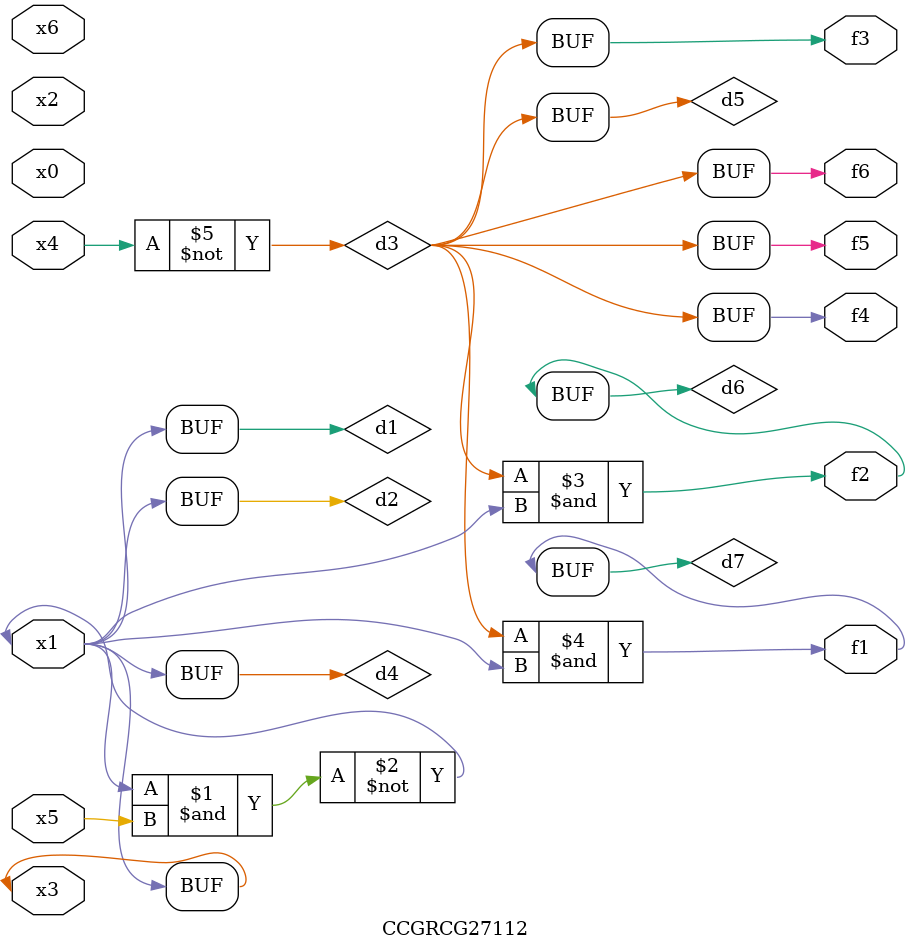
<source format=v>
module CCGRCG27112(
	input x0, x1, x2, x3, x4, x5, x6,
	output f1, f2, f3, f4, f5, f6
);

	wire d1, d2, d3, d4, d5, d6, d7;

	buf (d1, x1, x3);
	nand (d2, x1, x5);
	not (d3, x4);
	buf (d4, d1, d2);
	buf (d5, d3);
	and (d6, d3, d4);
	and (d7, d3, d4);
	assign f1 = d7;
	assign f2 = d6;
	assign f3 = d5;
	assign f4 = d5;
	assign f5 = d5;
	assign f6 = d5;
endmodule

</source>
